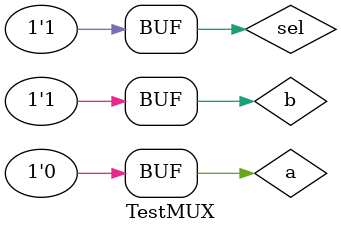
<source format=v>
`timescale 1ns / 1ps


module TestMUX;

	// Inputs
	reg a;
	reg b;
	reg sel;

	// Outputs
	wire out;

	// Instantiate the Unit Under Test (UUT)
	MUX uut (
		.a(a), 
		.b(b), 
		.sel(sel), 
		.out(out)
	);

	initial begin
		// Initialize Inputs
		a = 0;
		b = 0;
		sel = 0;

		// Wait 100 ns for global reset to finish
		#10;
      a = 0;
		b = 1;
		sel = 0;  
		// Add stimulus here
		#10;
      a = 0;
		b = 1;
		sel = 1;  
		
	end
      
endmodule


</source>
